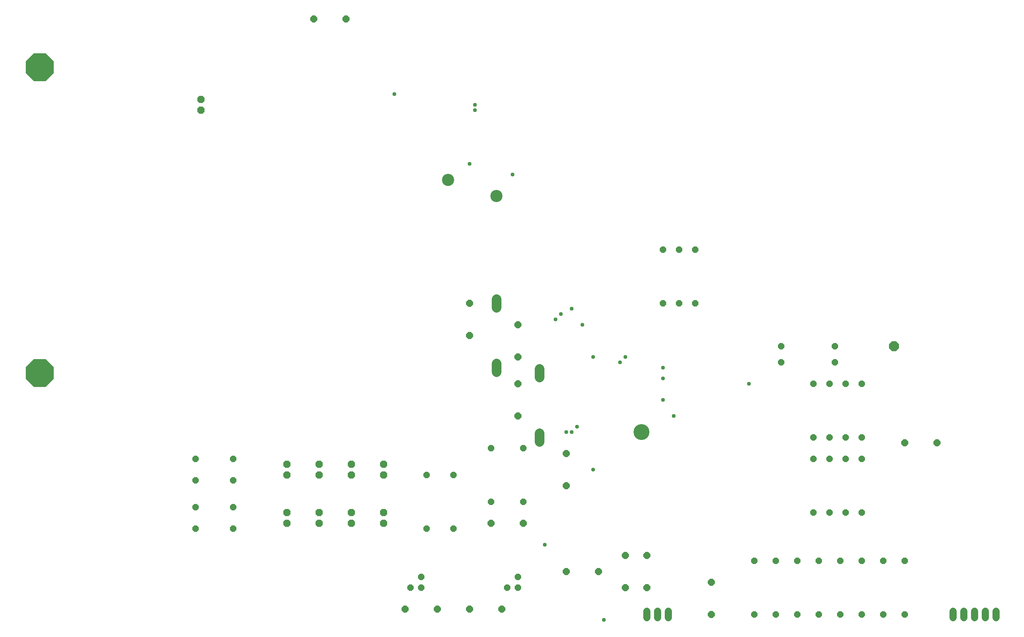
<source format=gbr>
G04 EAGLE Gerber RS-274X export*
G75*
%MOMM*%
%FSLAX34Y34*%
%LPD*%
%INSoldermask Bottom*%
%IPPOS*%
%AMOC8*
5,1,8,0,0,1.08239X$1,22.5*%
G01*
%ADD10P,1.759533X8X22.500000*%
%ADD11P,1.759533X8X202.500000*%
%ADD12P,1.759533X8X292.500000*%
%ADD13P,1.759533X8X112.500000*%
%ADD14P,1.649562X8X112.500000*%
%ADD15P,1.649562X8X292.500000*%
%ADD16C,1.727200*%
%ADD17P,1.649562X8X22.500000*%
%ADD18P,1.649562X8X202.500000*%
%ADD19P,2.556822X8X22.500000*%
%ADD20C,2.298700*%
%ADD21P,1.852186X8X292.500000*%
%ADD22P,1.852186X8X112.500000*%
%ADD23P,7.203089X8X22.500000*%
%ADD24C,3.759200*%
%ADD25C,2.870200*%
%ADD26C,0.959600*%


D10*
X558800Y88900D03*
X635000Y88900D03*
D11*
X838200Y292100D03*
X762000Y292100D03*
D12*
X711200Y812800D03*
X711200Y736600D03*
D10*
X939800Y177800D03*
X1016000Y177800D03*
D13*
X1282700Y76200D03*
X1282700Y152400D03*
D10*
X1739900Y482600D03*
X1816100Y482600D03*
X711200Y88900D03*
X787400Y88900D03*
X342900Y1485900D03*
X419100Y1485900D03*
D13*
X939800Y381000D03*
X939800Y457200D03*
X825500Y685800D03*
X825500Y762000D03*
D14*
X63500Y279400D03*
X63500Y330200D03*
X152400Y279400D03*
X152400Y330200D03*
D15*
X152400Y444500D03*
X152400Y393700D03*
X63500Y444500D03*
X63500Y393700D03*
D12*
X825500Y622300D03*
X825500Y546100D03*
X1130300Y215900D03*
X1130300Y139700D03*
X1079500Y215900D03*
X1079500Y139700D03*
D16*
X1955800Y83820D02*
X1955800Y68580D01*
X1930400Y68580D02*
X1930400Y83820D01*
X1905000Y83820D02*
X1905000Y68580D01*
X1879600Y68580D02*
X1879600Y83820D01*
X1854200Y83820D02*
X1854200Y68580D01*
D17*
X800100Y139700D03*
X825500Y139700D03*
X825500Y165100D03*
X571500Y139700D03*
X596900Y139700D03*
X596900Y165100D03*
X1447800Y673100D03*
X1574800Y673100D03*
D18*
X1574800Y711200D03*
X1447800Y711200D03*
D14*
X609600Y279400D03*
X609600Y406400D03*
X673100Y279400D03*
X673100Y406400D03*
D15*
X1600200Y444500D03*
X1600200Y317500D03*
X1600200Y622300D03*
X1600200Y495300D03*
X1638300Y444500D03*
X1638300Y317500D03*
X1638300Y622300D03*
X1638300Y495300D03*
X1168400Y939800D03*
X1168400Y812800D03*
X1206500Y939800D03*
X1206500Y812800D03*
D14*
X1485900Y76200D03*
X1485900Y203200D03*
X1435100Y76200D03*
X1435100Y203200D03*
X1536700Y76200D03*
X1536700Y203200D03*
X1587500Y76200D03*
X1587500Y203200D03*
X1638300Y76200D03*
X1638300Y203200D03*
D15*
X1739900Y203200D03*
X1739900Y76200D03*
X1524000Y444500D03*
X1524000Y317500D03*
X1524000Y622300D03*
X1524000Y495300D03*
X1562100Y444500D03*
X1562100Y317500D03*
X1562100Y622300D03*
X1562100Y495300D03*
X1244600Y939800D03*
X1244600Y812800D03*
D14*
X1384300Y76200D03*
X1384300Y203200D03*
D15*
X1689100Y203200D03*
X1689100Y76200D03*
D14*
X838200Y342900D03*
X838200Y469900D03*
X762000Y342900D03*
X762000Y469900D03*
D16*
X1130300Y83820D02*
X1130300Y68580D01*
X1155700Y68580D02*
X1155700Y83820D01*
X1181100Y83820D02*
X1181100Y68580D01*
D19*
X1714500Y711200D03*
D20*
X774700Y670878D02*
X774700Y649923D01*
X774700Y802323D02*
X774700Y823278D01*
X876300Y505778D02*
X876300Y484823D01*
X876300Y637223D02*
X876300Y658178D01*
D21*
X508000Y431600D03*
X508000Y406600D03*
X431800Y431600D03*
X431800Y406600D03*
X355600Y431600D03*
X355600Y406600D03*
X279400Y431600D03*
X279400Y406600D03*
D22*
X279400Y292300D03*
X279400Y317300D03*
X355600Y292300D03*
X355600Y317300D03*
X431800Y292300D03*
X431800Y317300D03*
X508000Y292300D03*
X508000Y317300D03*
D21*
X76200Y1295200D03*
X76200Y1270200D03*
D23*
X-304800Y1371600D03*
X-304800Y647700D03*
D24*
X1117600Y508000D03*
D25*
X774700Y1066800D03*
D26*
X1168400Y584200D03*
X1193800Y546100D03*
D25*
X660400Y1104900D03*
D26*
X939800Y508000D03*
X1003300Y685800D03*
X812800Y1117600D03*
X952500Y800100D03*
X965200Y520700D03*
X977900Y762000D03*
X1168400Y635000D03*
X1168400Y660400D03*
X711200Y1143000D03*
X914400Y774700D03*
X1003300Y419100D03*
X723900Y1270000D03*
X889000Y241300D03*
X1079500Y685800D03*
X1371600Y622300D03*
X952500Y508000D03*
X533400Y1308100D03*
X723900Y1282700D03*
X927100Y787400D03*
X1028700Y63500D03*
X1066800Y673100D03*
M02*

</source>
